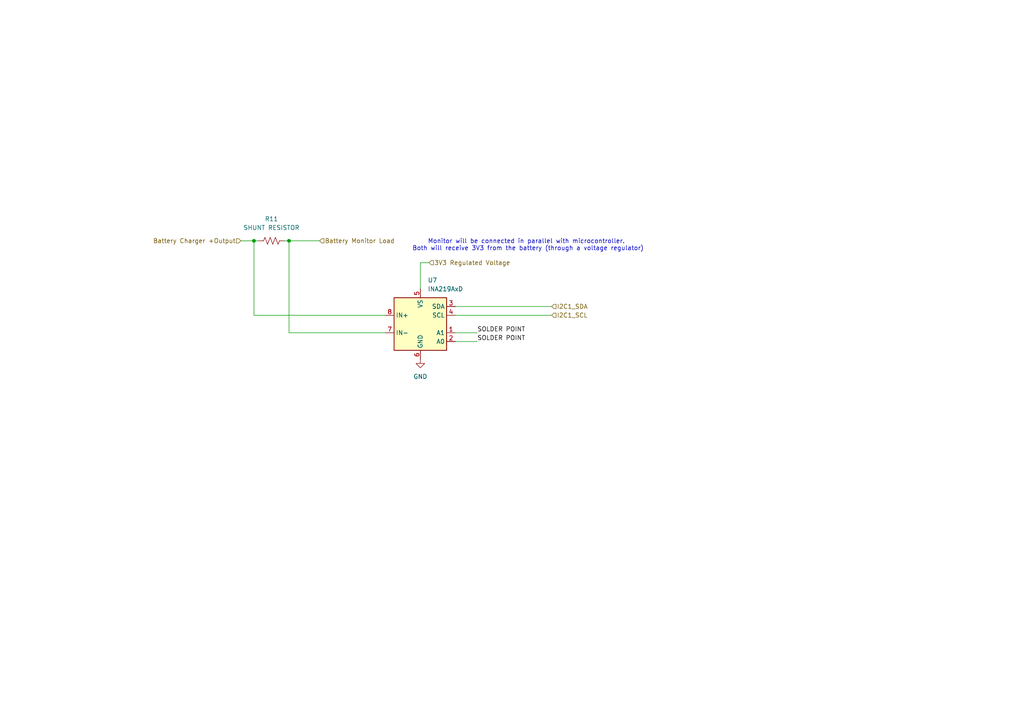
<source format=kicad_sch>
(kicad_sch (version 20250114) (generator "eeschema") (generator_version "9.0")
  (paper "A4")
  (title_block (title "EEE3088F Project PCB Design") (date "2025-03-24") (company "University of Cape Town") (comment 3 "         Emmanual Basua") (comment 4 "Authors: Nejdet Demirtas"))
  (lib_symbols
    (symbol "Device:R_US" (pin_numbers (hide yes)) (pin_names (offset 0))
      (property "Reference" "R" (at 2.54 0 90))
      (property "Value" "R_US" (at -2.54 0 90))
      (symbol "R_US_0_1"
        (polyline (pts (xy 0 2.286) (xy 0 2.54)))
        (polyline (pts (xy 0 2.286) (xy 1.016 1.905) (xy 0 1.524) (xy -1.016 1.143) (xy 0 0.762)))
        (polyline (pts (xy 0 0.762) (xy 1.016 0.381) (xy 0 0) (xy -1.016 -0.381) (xy 0 -0.762)))
        (polyline (pts (xy 0 -0.762) (xy 1.016 -1.143) (xy 0 -1.524) (xy -1.016 -1.905) (xy 0 -2.286)))
        (polyline (pts (xy 0 -2.286) (xy 0 -2.54)))
      )
      (symbol "R_US_1_1"
        (pin passive line (at 0 3.81 270) (length 1.27) (name "~") (number "1"))
        (pin passive line (at 0 -3.81 90) (length 1.27) (name "~") (number "2"))
      )
    )
    (symbol "Sensor_Energy:INA219AxD"
      (property "Reference" "U" (at -6.35 8.89 0))
      (property "Value" "INA219AxD" (at 5.08 8.89 0))
      (symbol "INA219AxD_0_1"
        (rectangle (start -7.62 7.62) (end 7.62 -7.62) (stroke (width 0.254)) (fill (type background)))
      )
      (symbol "INA219AxD_1_1"
        (pin input line (at -10.16 2.54 0) (length 2.54) (name "IN+") (number "8"))
        (pin input line (at -10.16 -2.54 0) (length 2.54) (name "IN-") (number "7"))
        (pin power_in line (at 0 10.16 270) (length 2.54) (name "VS") (number "5"))
        (pin power_in line (at 0 -10.16 90) (length 2.54) (name "GND") (number "6"))
        (pin bidirectional line (at 10.16 5.08 180) (length 2.54) (name "SDA") (number "3"))
        (pin input line (at 10.16 2.54 180) (length 2.54) (name "SCL") (number "4"))
        (pin input line (at 10.16 -2.54 180) (length 2.54) (name "A1") (number "1"))
        (pin input line (at 10.16 -5.08 180) (length 2.54) (name "A0") (number "2"))
      )
    )
    (symbol "power:GND" (power) (pin_numbers (hide yes)) (pin_names (offset 0) (hide yes))
      (property "Value" "GND" (at 0 -3.81 0))
      (symbol "GND_0_1"
        (polyline (pts (xy 0 0) (xy 0 -1.27) (xy 1.27 -1.27) (xy 0 -2.54) (xy -1.27 -1.27) (xy 0 -1.27)))
      )
      (symbol "GND_1_1"
        (pin power_in line (at 0 0 270) (length 0) (name "~") (number "1"))
      )
    )
  )
  (text "Monitor will be connected in parallel with microcontroller. \nBoth will receive 3V3 from the battery (through a voltage regulator)" (at 153.162 71.12 0) (effects (font (size 1.27 1.27))))
  (junction (at 73.66 69.85))
  (junction (at 83.82 69.85))
  (wire (pts (xy 82.55 69.85) (xy 83.82 69.85)))
  (wire (pts (xy 121.92 76.2) (xy 121.92 83.82)))
  (wire (pts (xy 111.76 96.52) (xy 83.82 96.52)))
  (wire (pts (xy 132.08 96.52) (xy 138.43 96.52)))
  (wire (pts (xy 132.08 88.9) (xy 160.02 88.9)))
  (wire (pts (xy 69.85 69.85) (xy 73.66 69.85)))
  (wire (pts (xy 73.66 69.85) (xy 74.93 69.85)))
  (wire (pts (xy 121.92 76.2) (xy 124.46 76.2)))
  (wire (pts (xy 83.82 69.85) (xy 83.82 96.52)))
  (wire (pts (xy 132.08 91.44) (xy 160.02 91.44)))
  (wire (pts (xy 132.08 99.06) (xy 138.43 99.06)))
  (wire (pts (xy 83.82 69.85) (xy 92.71 69.85)))
  (wire (pts (xy 73.66 91.44) (xy 111.76 91.44)))
  (wire (pts (xy 73.66 69.85) (xy 73.66 91.44)))
  (label "SOLDER POINT" (at 138.43 96.52 0))
  (label "SOLDER POINT" (at 138.43 99.06 0))
  (hierarchical_label "Battery Monitor Load" (shape input) (at 92.71 69.85 0))
  (hierarchical_label "I2C1_SDA" (shape input) (at 160.02 88.9 0))
  (hierarchical_label "3V3 Regulated Voltage" (shape input) (at 124.46 76.2 0))
  (hierarchical_label "Battery Charger +Output" (shape input) (at 69.85 69.85 180))
  (hierarchical_label "I2C1_SCL" (shape input) (at 160.02 91.44 0))
  (symbol (lib_id "Sensor_Energy:INA219AxD") (at 121.92 93.98 0) (unit 1)
    (property "Reference" "U4" (at 124.0633 81.28 0) (effects (justify left)))
    (property "Value" "INA219AxD" (at 124.0633 83.82 0) (effects (justify left)))
    (property "Footprint" "Package_SO:SOIC-8_3.9x4.9mm_P1.27mm" (effects (hide yes)))
    (property "Datasheet" "http://www.ti.com/lit/ds/symlink/ina219.pdf" (effects (hide yes)))
    (property "Description" "Zero-Drift, Bidirectional Current/Power Monitor (0-26V) With I2C Interface, SOIC-8" (effects (hide yes)))
    (instances (project "Micro-Mouse PCB Board" (path "" (reference "U7") (unit 1)) (path "" (reference "U4") (unit 1))))
  )
  (symbol (lib_id "Device:R_US") (at 78.74 69.85 90) (unit 1)
    (property "Reference" "R7" (at 78.74 63.5 90))
    (property "Value" "SHUNT RESISTOR" (at 78.74 66.04 90))
    (property "Description" "Resistor, US symbol" (effects (hide yes)))
    (instances (project "Micro-Mouse PCB Board" (path "" (reference "R11") (unit 1)) (path "" (reference "R7") (unit 1))))
  )
  (symbol (lib_id "power:GND") (at 121.92 104.14 0) (unit 1)
    (property "Reference" "#PWR018" (effects (hide yes)))
    (property "Value" "GND" (at 121.92 109.22 0))
    (property "Description" "Power symbol creates a global label with name \"GND\" , ground" (effects (hide yes)))
    (instances (project "Micro-Mouse PCB Board" (path "" (reference "#PWR025") (unit 1)) (path "" (reference "#PWR018") (unit 1))))
  )
)
</source>
